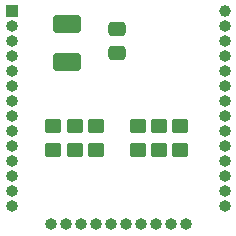
<source format=gbs>
G04 #@! TF.GenerationSoftware,KiCad,Pcbnew,6.0.9*
G04 #@! TF.CreationDate,2022-11-20T11:42:09+03:00*
G04 #@! TF.ProjectId,sd-card_adapter_esp32,73642d63-6172-4645-9f61-646170746572,rev?*
G04 #@! TF.SameCoordinates,Original*
G04 #@! TF.FileFunction,Soldermask,Bot*
G04 #@! TF.FilePolarity,Negative*
%FSLAX46Y46*%
G04 Gerber Fmt 4.6, Leading zero omitted, Abs format (unit mm)*
G04 Created by KiCad (PCBNEW 6.0.9) date 2022-11-20 11:42:09*
%MOMM*%
%LPD*%
G01*
G04 APERTURE LIST*
G04 Aperture macros list*
%AMRoundRect*
0 Rectangle with rounded corners*
0 $1 Rounding radius*
0 $2 $3 $4 $5 $6 $7 $8 $9 X,Y pos of 4 corners*
0 Add a 4 corners polygon primitive as box body*
4,1,4,$2,$3,$4,$5,$6,$7,$8,$9,$2,$3,0*
0 Add four circle primitives for the rounded corners*
1,1,$1+$1,$2,$3*
1,1,$1+$1,$4,$5*
1,1,$1+$1,$6,$7*
1,1,$1+$1,$8,$9*
0 Add four rect primitives between the rounded corners*
20,1,$1+$1,$2,$3,$4,$5,0*
20,1,$1+$1,$4,$5,$6,$7,0*
20,1,$1+$1,$6,$7,$8,$9,0*
20,1,$1+$1,$8,$9,$2,$3,0*%
G04 Aperture macros list end*
%ADD10R,1.000000X1.000000*%
%ADD11O,1.000000X1.000000*%
%ADD12C,1.000000*%
%ADD13RoundRect,0.250000X0.450000X-0.350000X0.450000X0.350000X-0.450000X0.350000X-0.450000X-0.350000X0*%
%ADD14RoundRect,0.250000X-0.475000X0.337500X-0.475000X-0.337500X0.475000X-0.337500X0.475000X0.337500X0*%
%ADD15RoundRect,0.250001X-0.924999X0.499999X-0.924999X-0.499999X0.924999X-0.499999X0.924999X0.499999X0*%
G04 APERTURE END LIST*
D10*
X102360000Y-63283750D03*
D11*
X102360000Y-64553750D03*
X102360000Y-65823750D03*
X102360000Y-67093750D03*
X102360000Y-68363750D03*
X102360000Y-69633750D03*
X102360000Y-70903750D03*
X102360000Y-72173750D03*
X102360000Y-73443750D03*
X102360000Y-74713750D03*
X102360000Y-75983750D03*
X102360000Y-77253750D03*
X102360000Y-78523750D03*
X102360000Y-79793750D03*
X105677500Y-81316250D03*
X106947500Y-81316250D03*
X108217500Y-81316250D03*
X109487500Y-81316250D03*
X110757500Y-81316250D03*
X112027500Y-81316250D03*
X113297500Y-81316250D03*
X114567500Y-81316250D03*
X115837500Y-81316250D03*
X117107500Y-81316250D03*
X120420000Y-79763750D03*
X120420000Y-78493750D03*
X120420000Y-77223750D03*
X120420000Y-75953750D03*
X120420000Y-74683750D03*
X120420000Y-73413750D03*
X120420000Y-72143750D03*
X120420000Y-70873750D03*
X120420000Y-69603750D03*
X120420000Y-68333750D03*
X120420000Y-67063750D03*
X120420000Y-65793750D03*
X120420000Y-64523750D03*
D12*
X120420000Y-63253750D03*
D13*
X116649996Y-75000000D03*
X116649996Y-73000000D03*
D14*
X111310000Y-64762500D03*
X111310000Y-66837500D03*
D15*
X107090000Y-64345000D03*
X107090000Y-67595000D03*
D13*
X114858330Y-75000000D03*
X114858330Y-73000000D03*
X109483332Y-75000000D03*
X109483332Y-73000000D03*
X105900000Y-75000000D03*
X105900000Y-73000000D03*
X107691666Y-75000000D03*
X107691666Y-73000000D03*
X113066664Y-75000000D03*
X113066664Y-73000000D03*
M02*

</source>
